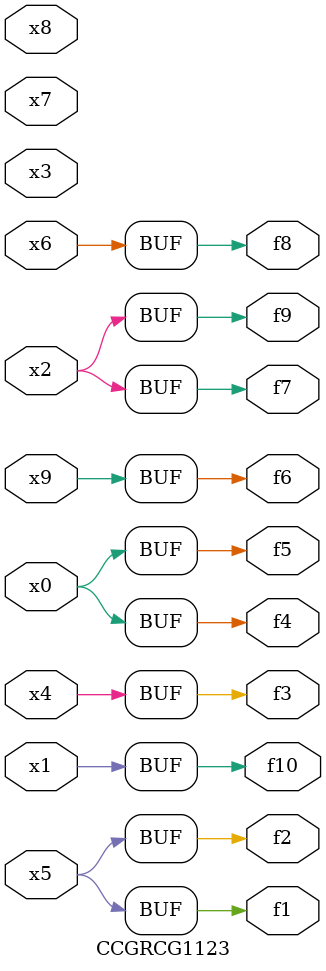
<source format=v>
module CCGRCG1123(
	input x0, x1, x2, x3, x4, x5, x6, x7, x8, x9,
	output f1, f2, f3, f4, f5, f6, f7, f8, f9, f10
);
	assign f1 = x5;
	assign f2 = x5;
	assign f3 = x4;
	assign f4 = x0;
	assign f5 = x0;
	assign f6 = x9;
	assign f7 = x2;
	assign f8 = x6;
	assign f9 = x2;
	assign f10 = x1;
endmodule

</source>
